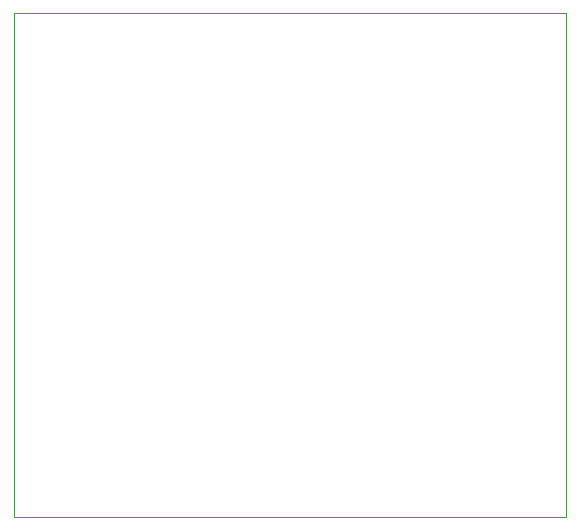
<source format=gko>
%FSLAX34Y34*%
G04 Gerber Fmt 3.4, Leading zero omitted, Abs format*
G04 (created by PCBNEW (2014-03-19 BZR 4756)-product) date Mon Jun 30 13:49:00 2014*
%MOIN*%
G01*
G70*
G90*
G04 APERTURE LIST*
%ADD10C,0.005906*%
%ADD11C,0.003937*%
G04 APERTURE END LIST*
G54D10*
G54D11*
X50800Y-31800D02*
X50800Y-33000D01*
X69200Y-31800D02*
X69200Y-33000D01*
X50800Y-48600D02*
X50800Y-47600D01*
X69200Y-48000D02*
X69200Y-48600D01*
X50800Y-32600D02*
X50800Y-34400D01*
X69200Y-31800D02*
X50800Y-31800D01*
X69200Y-48000D02*
X69200Y-32600D01*
X50800Y-48600D02*
X69200Y-48600D01*
X50800Y-33800D02*
X50800Y-48000D01*
M02*

</source>
